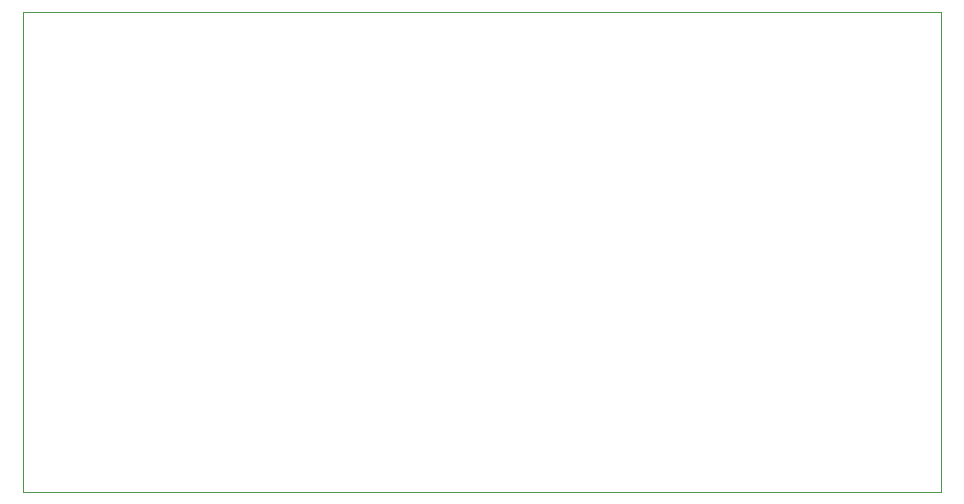
<source format=gbr>
G04 #@! TF.GenerationSoftware,KiCad,Pcbnew,(5.1.2)-2*
G04 #@! TF.CreationDate,2020-09-10T12:30:11+07:00*
G04 #@! TF.ProjectId,power,706f7765-722e-46b6-9963-61645f706362,rev?*
G04 #@! TF.SameCoordinates,Original*
G04 #@! TF.FileFunction,Profile,NP*
%FSLAX46Y46*%
G04 Gerber Fmt 4.6, Leading zero omitted, Abs format (unit mm)*
G04 Created by KiCad (PCBNEW (5.1.2)-2) date 2020-09-10 12:30:11*
%MOMM*%
%LPD*%
G04 APERTURE LIST*
%ADD10C,0.050000*%
G04 APERTURE END LIST*
D10*
X88646000Y-45974000D02*
X88646000Y-86614000D01*
X166370000Y-45974000D02*
X88646000Y-45974000D01*
X166370000Y-86614000D02*
X166370000Y-45974000D01*
X88646000Y-86614000D02*
X166370000Y-86614000D01*
M02*

</source>
